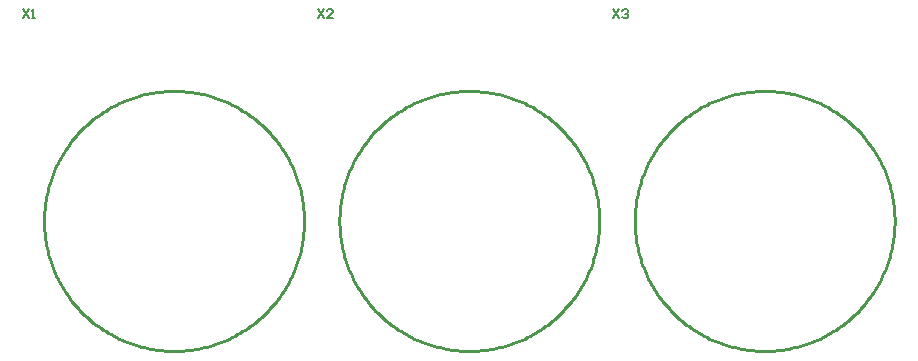
<source format=gto>
G04*
G04 #@! TF.GenerationSoftware,Altium Limited,Altium Designer,19.1.9 (167)*
G04*
G04 Layer_Color=65535*
%FSLAX25Y25*%
%MOIN*%
G70*
G01*
G75*
%ADD10C,0.01000*%
%ADD11C,0.00600*%
D10*
X323335Y500D02*
X323323Y1500D01*
X323288Y2500D01*
X323231Y3499D01*
X323150Y4496D01*
X323046Y5491D01*
X322919Y6483D01*
X322770Y7472D01*
X322597Y8458D01*
X322402Y9439D01*
X322184Y10415D01*
X321944Y11386D01*
X321681Y12352D01*
X321397Y13310D01*
X321090Y14263D01*
X320761Y15207D01*
X320410Y16144D01*
X320038Y17073D01*
X319645Y17993D01*
X319230Y18903D01*
X318794Y19804D01*
X318338Y20694D01*
X317862Y21573D01*
X317365Y22442D01*
X316848Y23298D01*
X316312Y24143D01*
X315756Y24974D01*
X315181Y25793D01*
X314587Y26598D01*
X313975Y27390D01*
X313345Y28167D01*
X312697Y28929D01*
X312032Y29676D01*
X311349Y30407D01*
X310650Y31123D01*
X309935Y31822D01*
X309203Y32504D01*
X308456Y33170D01*
X307694Y33818D01*
X306917Y34448D01*
X306126Y35060D01*
X305321Y35653D01*
X304502Y36228D01*
X303670Y36784D01*
X302826Y37320D01*
X301969Y37837D01*
X301101Y38334D01*
X300221Y38811D01*
X299331Y39267D01*
X298431Y39702D01*
X297520Y40117D01*
X296601Y40510D01*
X295672Y40883D01*
X294735Y41233D01*
X293790Y41562D01*
X292838Y41869D01*
X291879Y42154D01*
X290914Y42417D01*
X289943Y42657D01*
X288966Y42875D01*
X287985Y43070D01*
X287000Y43242D01*
X286011Y43392D01*
X285018Y43518D01*
X284023Y43622D01*
X283026Y43703D01*
X282028Y43761D01*
X281028Y43795D01*
X280028Y43807D01*
X279027Y43795D01*
X278028Y43761D01*
X277029Y43703D01*
X276032Y43622D01*
X275037Y43518D01*
X274044Y43392D01*
X273055Y43242D01*
X272070Y43070D01*
X271089Y42875D01*
X270112Y42657D01*
X269141Y42417D01*
X268176Y42154D01*
X267217Y41869D01*
X266265Y41562D01*
X265320Y41233D01*
X264383Y40883D01*
X263455Y40510D01*
X262535Y40117D01*
X261625Y39702D01*
X260724Y39267D01*
X259834Y38811D01*
X258954Y38334D01*
X258086Y37837D01*
X257229Y37320D01*
X256385Y36784D01*
X255553Y36228D01*
X254734Y35653D01*
X253929Y35060D01*
X253138Y34448D01*
X252361Y33818D01*
X251599Y33170D01*
X250852Y32504D01*
X250120Y31822D01*
X249405Y31123D01*
X248706Y30407D01*
X248023Y29676D01*
X247358Y28929D01*
X246710Y28166D01*
X246080Y27390D01*
X245468Y26598D01*
X244874Y25793D01*
X244299Y24974D01*
X243743Y24142D01*
X243207Y23298D01*
X242690Y22442D01*
X242194Y21573D01*
X241717Y20694D01*
X241261Y19804D01*
X240825Y18903D01*
X240410Y17992D01*
X240017Y17073D01*
X239645Y16144D01*
X239294Y15207D01*
X238965Y14263D01*
X238658Y13310D01*
X238374Y12351D01*
X238111Y11386D01*
X237871Y10415D01*
X237653Y9439D01*
X237458Y8457D01*
X237285Y7472D01*
X237136Y6483D01*
X237009Y5491D01*
X236905Y4496D01*
X236824Y3499D01*
X236767Y2500D01*
X236732Y1500D01*
X236720Y500D01*
X236732Y-501D01*
X236767Y-1500D01*
X236824Y-2499D01*
X236905Y-3496D01*
X237009Y-4491D01*
X237136Y-5483D01*
X237285Y-6472D01*
X237458Y-7458D01*
X237653Y-8439D01*
X237871Y-9415D01*
X238111Y-10386D01*
X238374Y-11352D01*
X238659Y-12311D01*
X238966Y-13263D01*
X239294Y-14208D01*
X239645Y-15145D01*
X240017Y-16073D01*
X240411Y-16993D01*
X240825Y-17903D01*
X241261Y-18804D01*
X241717Y-19694D01*
X242194Y-20574D01*
X242690Y-21442D01*
X243207Y-22298D01*
X243744Y-23143D01*
X244299Y-23975D01*
X244874Y-24793D01*
X245468Y-25598D01*
X246080Y-26390D01*
X246710Y-27167D01*
X247358Y-27929D01*
X248023Y-28676D01*
X248706Y-29407D01*
X249405Y-30123D01*
X250120Y-30822D01*
X250852Y-31504D01*
X251599Y-32170D01*
X252361Y-32818D01*
X253138Y-33448D01*
X253929Y-34060D01*
X254735Y-34653D01*
X255553Y-35228D01*
X256385Y-35784D01*
X257229Y-36321D01*
X258086Y-36837D01*
X258954Y-37334D01*
X259834Y-37811D01*
X260724Y-38267D01*
X261625Y-38703D01*
X262535Y-39117D01*
X263455Y-39511D01*
X264384Y-39883D01*
X265320Y-40233D01*
X266265Y-40562D01*
X267217Y-40869D01*
X268176Y-41154D01*
X269142Y-41417D01*
X270113Y-41657D01*
X271089Y-41875D01*
X272070Y-42070D01*
X273056Y-42242D01*
X274045Y-42392D01*
X275037Y-42519D01*
X276032Y-42622D01*
X277029Y-42703D01*
X278028Y-42761D01*
X279027Y-42796D01*
X280028Y-42807D01*
X281028Y-42796D01*
X282028Y-42761D01*
X283027Y-42703D01*
X284024Y-42622D01*
X285018Y-42518D01*
X286011Y-42392D01*
X287000Y-42242D01*
X287985Y-42070D01*
X288966Y-41875D01*
X289943Y-41657D01*
X290914Y-41416D01*
X291879Y-41154D01*
X292838Y-40869D01*
X293790Y-40562D01*
X294735Y-40233D01*
X295672Y-39883D01*
X296601Y-39511D01*
X297520Y-39117D01*
X298431Y-38702D01*
X299331Y-38267D01*
X300221Y-37811D01*
X301101Y-37334D01*
X301969Y-36837D01*
X302826Y-36320D01*
X303670Y-35784D01*
X304502Y-35228D01*
X305321Y-34653D01*
X306126Y-34060D01*
X306917Y-33448D01*
X307694Y-32818D01*
X308456Y-32170D01*
X309203Y-31504D01*
X309935Y-30822D01*
X310650Y-30123D01*
X311349Y-29407D01*
X312032Y-28676D01*
X312697Y-27929D01*
X313345Y-27167D01*
X313975Y-26390D01*
X314587Y-25598D01*
X315181Y-24793D01*
X315756Y-23975D01*
X316312Y-23143D01*
X316848Y-22298D01*
X317365Y-21442D01*
X317862Y-20574D01*
X318338Y-19694D01*
X318794Y-18804D01*
X319230Y-17903D01*
X319644Y-16993D01*
X320038Y-16073D01*
X320410Y-15145D01*
X320761Y-14208D01*
X321090Y-13263D01*
X321396Y-12311D01*
X321681Y-11352D01*
X321944Y-10387D01*
X322184Y-9415D01*
X322402Y-8439D01*
X322597Y-7458D01*
X322770Y-6473D01*
X322919Y-5484D01*
X323046Y-4491D01*
X323150Y-3496D01*
X323231Y-2499D01*
X323288Y-1500D01*
X323323Y-501D01*
X323335Y500D01*
X224909Y500D02*
X224898Y1500D01*
X224863Y2500D01*
X224805Y3499D01*
X224725Y4496D01*
X224621Y5491D01*
X224494Y6483D01*
X224344Y7472D01*
X224172Y8458D01*
X223977Y9439D01*
X223759Y10415D01*
X223519Y11386D01*
X223256Y12352D01*
X222971Y13310D01*
X222664Y14263D01*
X222336Y15207D01*
X221985Y16144D01*
X221613Y17073D01*
X221219Y17993D01*
X220805Y18903D01*
X220369Y19804D01*
X219913Y20694D01*
X219436Y21573D01*
X218940Y22442D01*
X218423Y23298D01*
X217886Y24143D01*
X217331Y24974D01*
X216756Y25793D01*
X216162Y26598D01*
X215550Y27390D01*
X214920Y28167D01*
X214272Y28929D01*
X213607Y29676D01*
X212924Y30407D01*
X212225Y31123D01*
X211510Y31822D01*
X210778Y32504D01*
X210031Y33170D01*
X209269Y33818D01*
X208492Y34448D01*
X207701Y35060D01*
X206895Y35653D01*
X206077Y36228D01*
X205245Y36784D01*
X204401Y37320D01*
X203544Y37837D01*
X202676Y38334D01*
X201796Y38811D01*
X200906Y39267D01*
X200005Y39702D01*
X199095Y40117D01*
X198175Y40510D01*
X197247Y40883D01*
X196310Y41233D01*
X195365Y41562D01*
X194413Y41869D01*
X193454Y42154D01*
X192489Y42417D01*
X191517Y42657D01*
X190541Y42875D01*
X189560Y43070D01*
X188575Y43242D01*
X187585Y43392D01*
X186593Y43518D01*
X185598Y43622D01*
X184601Y43703D01*
X183602Y43761D01*
X182603Y43795D01*
X181602Y43807D01*
X180602Y43795D01*
X179602Y43761D01*
X178604Y43703D01*
X177606Y43622D01*
X176611Y43518D01*
X175619Y43392D01*
X174630Y43242D01*
X173645Y43070D01*
X172663Y42875D01*
X171687Y42657D01*
X170716Y42417D01*
X169751Y42154D01*
X168792Y41869D01*
X167840Y41562D01*
X166895Y41233D01*
X165958Y40883D01*
X165029Y40510D01*
X164110Y40117D01*
X163199Y39702D01*
X162299Y39267D01*
X161408Y38811D01*
X160529Y38334D01*
X159661Y37837D01*
X158804Y37320D01*
X157960Y36784D01*
X157128Y36228D01*
X156309Y35653D01*
X155504Y35060D01*
X154713Y34448D01*
X153936Y33818D01*
X153173Y33170D01*
X152427Y32504D01*
X151695Y31822D01*
X150980Y31123D01*
X150280Y30407D01*
X149598Y29676D01*
X148933Y28929D01*
X148285Y28166D01*
X147654Y27390D01*
X147043Y26598D01*
X146449Y25793D01*
X145874Y24974D01*
X145318Y24142D01*
X144782Y23298D01*
X144265Y22442D01*
X143768Y21573D01*
X143292Y20694D01*
X142835Y19804D01*
X142400Y18903D01*
X141985Y17992D01*
X141592Y17073D01*
X141220Y16144D01*
X140869Y15207D01*
X140540Y14263D01*
X140233Y13310D01*
X139948Y12351D01*
X139686Y11386D01*
X139446Y10415D01*
X139228Y9439D01*
X139033Y8457D01*
X138860Y7472D01*
X138710Y6483D01*
X138584Y5491D01*
X138480Y4496D01*
X138399Y3499D01*
X138341Y2500D01*
X138307Y1500D01*
X138295Y500D01*
X138307Y-501D01*
X138341Y-1500D01*
X138399Y-2499D01*
X138480Y-3496D01*
X138584Y-4491D01*
X138711Y-5483D01*
X138860Y-6472D01*
X139033Y-7458D01*
X139228Y-8439D01*
X139446Y-9415D01*
X139686Y-10386D01*
X139948Y-11352D01*
X140233Y-12311D01*
X140540Y-13263D01*
X140869Y-14208D01*
X141220Y-15145D01*
X141592Y-16073D01*
X141985Y-16993D01*
X142400Y-17903D01*
X142835Y-18804D01*
X143292Y-19694D01*
X143768Y-20574D01*
X144265Y-21442D01*
X144782Y-22298D01*
X145318Y-23143D01*
X145874Y-23975D01*
X146449Y-24793D01*
X147043Y-25598D01*
X147655Y-26390D01*
X148285Y-27167D01*
X148933Y-27929D01*
X149598Y-28676D01*
X150281Y-29407D01*
X150980Y-30123D01*
X151695Y-30822D01*
X152427Y-31504D01*
X153174Y-32170D01*
X153936Y-32818D01*
X154713Y-33448D01*
X155504Y-34060D01*
X156309Y-34653D01*
X157128Y-35228D01*
X157960Y-35784D01*
X158804Y-36321D01*
X159661Y-36837D01*
X160529Y-37334D01*
X161409Y-37811D01*
X162299Y-38267D01*
X163199Y-38703D01*
X164110Y-39117D01*
X165030Y-39511D01*
X165958Y-39883D01*
X166895Y-40233D01*
X167840Y-40562D01*
X168792Y-40869D01*
X169751Y-41154D01*
X170716Y-41417D01*
X171687Y-41657D01*
X172664Y-41875D01*
X173645Y-42070D01*
X174630Y-42242D01*
X175619Y-42392D01*
X176612Y-42519D01*
X177607Y-42622D01*
X178604Y-42703D01*
X179603Y-42761D01*
X180602Y-42796D01*
X181603Y-42807D01*
X182603Y-42796D01*
X183603Y-42761D01*
X184601Y-42703D01*
X185598Y-42622D01*
X186593Y-42518D01*
X187586Y-42392D01*
X188575Y-42242D01*
X189560Y-42070D01*
X190541Y-41875D01*
X191518Y-41657D01*
X192489Y-41416D01*
X193454Y-41154D01*
X194413Y-40869D01*
X195365Y-40562D01*
X196310Y-40233D01*
X197247Y-39883D01*
X198175Y-39511D01*
X199095Y-39117D01*
X200005Y-38702D01*
X200906Y-38267D01*
X201796Y-37811D01*
X202676Y-37334D01*
X203544Y-36837D01*
X204401Y-36320D01*
X205245Y-35784D01*
X206077Y-35228D01*
X206895Y-34653D01*
X207701Y-34060D01*
X208492Y-33448D01*
X209269Y-32818D01*
X210031Y-32170D01*
X210778Y-31504D01*
X211509Y-30822D01*
X212225Y-30123D01*
X212924Y-29407D01*
X213607Y-28676D01*
X214272Y-27929D01*
X214920Y-27167D01*
X215550Y-26390D01*
X216162Y-25598D01*
X216756Y-24793D01*
X217331Y-23975D01*
X217886Y-23143D01*
X218423Y-22298D01*
X218939Y-21442D01*
X219436Y-20574D01*
X219913Y-19694D01*
X220369Y-18804D01*
X220805Y-17903D01*
X221219Y-16993D01*
X221613Y-16073D01*
X221985Y-15145D01*
X222336Y-14208D01*
X222664Y-13263D01*
X222971Y-12311D01*
X223256Y-11352D01*
X223519Y-10387D01*
X223759Y-9415D01*
X223977Y-8439D01*
X224172Y-7458D01*
X224344Y-6473D01*
X224494Y-5484D01*
X224621Y-4491D01*
X224725Y-3496D01*
X224805Y-2499D01*
X224863Y-1500D01*
X224898Y-501D01*
X224909Y500D01*
X126484Y500D02*
X126473Y1500D01*
X126438Y2500D01*
X126380Y3499D01*
X126300Y4496D01*
X126196Y5491D01*
X126069Y6483D01*
X125919Y7472D01*
X125747Y8458D01*
X125552Y9439D01*
X125334Y10415D01*
X125094Y11386D01*
X124831Y12352D01*
X124546Y13310D01*
X124239Y14263D01*
X123910Y15207D01*
X123560Y16144D01*
X123188Y17073D01*
X122794Y17993D01*
X122380Y18903D01*
X121944Y19804D01*
X121488Y20694D01*
X121011Y21573D01*
X120514Y22442D01*
X119998Y23298D01*
X119461Y24143D01*
X118905Y24974D01*
X118331Y25793D01*
X117737Y26598D01*
X117125Y27390D01*
X116495Y28167D01*
X115847Y28929D01*
X115182Y29676D01*
X114499Y30407D01*
X113800Y31123D01*
X113084Y31822D01*
X112353Y32504D01*
X111606Y33170D01*
X110844Y33818D01*
X110067Y34448D01*
X109275Y35060D01*
X108470Y35653D01*
X107652Y36228D01*
X106820Y36784D01*
X105975Y37320D01*
X105119Y37837D01*
X104251Y38334D01*
X103371Y38811D01*
X102481Y39267D01*
X101580Y39702D01*
X100670Y40117D01*
X99750Y40510D01*
X98822Y40883D01*
X97885Y41233D01*
X96940Y41562D01*
X95988Y41869D01*
X95029Y42154D01*
X94063Y42417D01*
X93092Y42657D01*
X92116Y42875D01*
X91135Y43070D01*
X90149Y43242D01*
X89160Y43392D01*
X88168Y43518D01*
X87173Y43622D01*
X86176Y43703D01*
X85177Y43761D01*
X84177Y43795D01*
X83177Y43807D01*
X82177Y43795D01*
X81177Y43761D01*
X80178Y43703D01*
X79181Y43622D01*
X78186Y43518D01*
X77194Y43392D01*
X76205Y43242D01*
X75220Y43070D01*
X74238Y42875D01*
X73262Y42657D01*
X72291Y42417D01*
X71326Y42154D01*
X70367Y41869D01*
X69415Y41562D01*
X68470Y41233D01*
X67533Y40883D01*
X66604Y40510D01*
X65684Y40117D01*
X64774Y39702D01*
X63873Y39267D01*
X62983Y38811D01*
X62104Y38334D01*
X61235Y37837D01*
X60379Y37320D01*
X59535Y36784D01*
X58703Y36228D01*
X57884Y35653D01*
X57079Y35060D01*
X56287Y34448D01*
X55510Y33818D01*
X54748Y33170D01*
X54001Y32504D01*
X53270Y31822D01*
X52554Y31123D01*
X51855Y30407D01*
X51173Y29676D01*
X50507Y28929D01*
X49859Y28166D01*
X49229Y27390D01*
X48617Y26598D01*
X48024Y25793D01*
X47449Y24974D01*
X46893Y24142D01*
X46357Y23298D01*
X45840Y22442D01*
X45343Y21573D01*
X44866Y20694D01*
X44410Y19804D01*
X43975Y18903D01*
X43560Y17992D01*
X43167Y17073D01*
X42794Y16144D01*
X42444Y15207D01*
X42115Y14263D01*
X41808Y13310D01*
X41523Y12351D01*
X41261Y11386D01*
X41020Y10415D01*
X40803Y9439D01*
X40607Y8457D01*
X40435Y7472D01*
X40285Y6483D01*
X40159Y5491D01*
X40055Y4496D01*
X39974Y3499D01*
X39916Y2500D01*
X39882Y1500D01*
X39870Y500D01*
X39882Y-501D01*
X39916Y-1500D01*
X39974Y-2499D01*
X40055Y-3496D01*
X40159Y-4491D01*
X40285Y-5483D01*
X40435Y-6472D01*
X40608Y-7458D01*
X40803Y-8439D01*
X41020Y-9415D01*
X41261Y-10386D01*
X41523Y-11352D01*
X41808Y-12311D01*
X42115Y-13263D01*
X42444Y-14208D01*
X42795Y-15145D01*
X43167Y-16073D01*
X43560Y-16993D01*
X43975Y-17903D01*
X44410Y-18804D01*
X44867Y-19694D01*
X45343Y-20574D01*
X45840Y-21442D01*
X46357Y-22298D01*
X46893Y-23143D01*
X47449Y-23975D01*
X48024Y-24793D01*
X48618Y-25598D01*
X49229Y-26390D01*
X49860Y-27167D01*
X50508Y-27929D01*
X51173Y-28676D01*
X51855Y-29407D01*
X52555Y-30123D01*
X53270Y-30822D01*
X54001Y-31504D01*
X54749Y-32170D01*
X55511Y-32818D01*
X56288Y-33448D01*
X57079Y-34060D01*
X57884Y-34653D01*
X58703Y-35228D01*
X59535Y-35784D01*
X60379Y-36321D01*
X61236Y-36837D01*
X62104Y-37334D01*
X62984Y-37811D01*
X63874Y-38267D01*
X64774Y-38703D01*
X65685Y-39117D01*
X66605Y-39511D01*
X67533Y-39883D01*
X68470Y-40233D01*
X69415Y-40562D01*
X70367Y-40869D01*
X71326Y-41154D01*
X72291Y-41417D01*
X73262Y-41657D01*
X74239Y-41875D01*
X75220Y-42070D01*
X76205Y-42242D01*
X77194Y-42392D01*
X78187Y-42519D01*
X79181Y-42622D01*
X80179Y-42703D01*
X81177Y-42761D01*
X82177Y-42796D01*
X83177Y-42807D01*
X84178Y-42796D01*
X85177Y-42761D01*
X86176Y-42703D01*
X87173Y-42622D01*
X88168Y-42518D01*
X89161Y-42392D01*
X90149Y-42242D01*
X91135Y-42070D01*
X92116Y-41875D01*
X93092Y-41657D01*
X94064Y-41416D01*
X95029Y-41154D01*
X95988Y-40869D01*
X96940Y-40562D01*
X97885Y-40233D01*
X98822Y-39883D01*
X99750Y-39511D01*
X100670Y-39117D01*
X101580Y-38702D01*
X102481Y-38267D01*
X103371Y-37811D01*
X104251Y-37334D01*
X105119Y-36837D01*
X105975Y-36320D01*
X106820Y-35784D01*
X107651Y-35228D01*
X108470Y-34653D01*
X109275Y-34060D01*
X110067Y-33448D01*
X110844Y-32818D01*
X111606Y-32170D01*
X112353Y-31504D01*
X113084Y-30822D01*
X113800Y-30123D01*
X114499Y-29407D01*
X115181Y-28676D01*
X115847Y-27929D01*
X116495Y-27167D01*
X117125Y-26390D01*
X117737Y-25598D01*
X118330Y-24793D01*
X118905Y-23975D01*
X119461Y-23143D01*
X119998Y-22298D01*
X120514Y-21442D01*
X121011Y-20574D01*
X121488Y-19694D01*
X121944Y-18804D01*
X122380Y-17903D01*
X122794Y-16993D01*
X123188Y-16073D01*
X123560Y-15145D01*
X123910Y-14208D01*
X124239Y-13263D01*
X124546Y-12311D01*
X124831Y-11352D01*
X125094Y-10387D01*
X125334Y-9415D01*
X125552Y-8439D01*
X125747Y-7458D01*
X125919Y-6473D01*
X126069Y-5484D01*
X126196Y-4491D01*
X126300Y-3496D01*
X126380Y-2499D01*
X126438Y-1500D01*
X126473Y-501D01*
X126484Y500D01*
D11*
X229532Y71133D02*
X231531Y68134D01*
Y71133D02*
X229532Y68134D01*
X232530Y70633D02*
X233030Y71133D01*
X234030D01*
X234530Y70633D01*
Y70133D01*
X234030Y69633D01*
X233530D01*
X234030D01*
X234530Y69134D01*
Y68634D01*
X234030Y68134D01*
X233030D01*
X232530Y68634D01*
X131131Y71133D02*
X133131Y68134D01*
Y71133D02*
X131131Y68134D01*
X136130D02*
X134131D01*
X136130Y70133D01*
Y70633D01*
X135630Y71133D01*
X134630D01*
X134131Y70633D01*
X32732Y71133D02*
X34731Y68134D01*
Y71133D02*
X32732Y68134D01*
X35730D02*
X36730D01*
X36230D01*
Y71133D01*
X35730Y70633D01*
M02*

</source>
